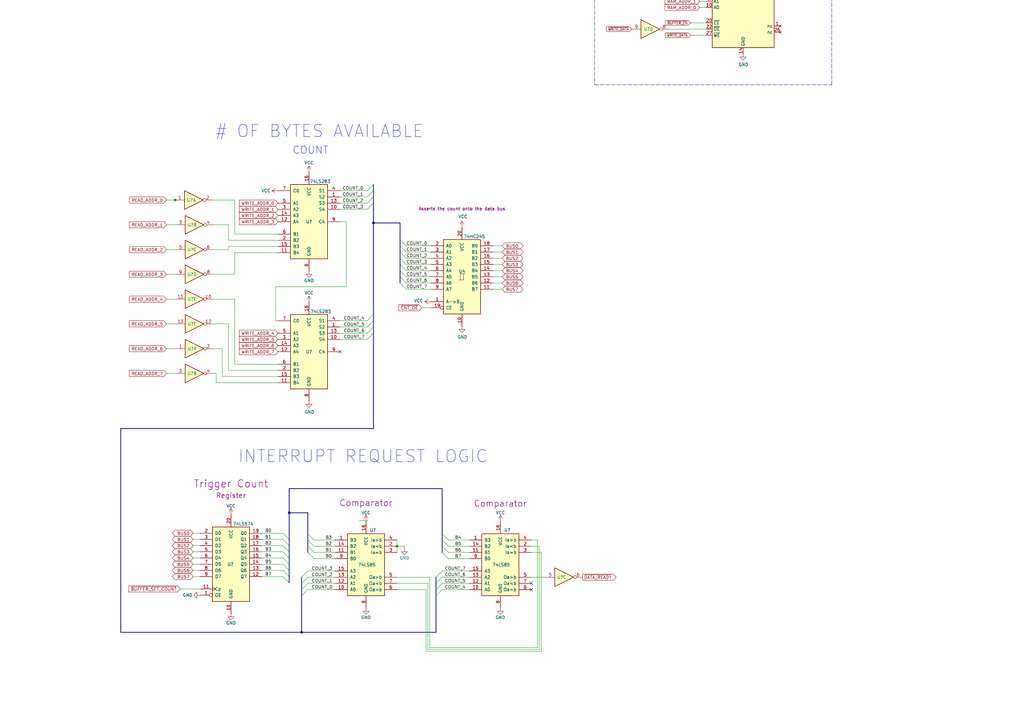
<source format=kicad_sch>
(kicad_sch (version 20211123) (generator eeschema)
  (paper "A3")
  (junction (at 37.338 -187.706))
  (junction (at 153.162 91.44))
  (junction (at 289.56 -24.892))
  (junction (at 147.828 -111.506))
  (junction (at 289.56 -19.812))
  (junction (at 142.748 -111.506))
  (junction (at 118.618 210.312))
  (junction (at 42.418 -182.626))
  (junction (at 289.56 -22.352))
  (junction (at 230.378 -128.016))
  (junction (at 39.878 -177.546))
  (junction (at 123.698 259.334))
  (junction (at 71.882 82.042))
  (junction (at 162.814 224.028))
  (junction (at 34.798 -176.276))
  (no_connect (at 351.028 -118.872))
  (no_connect (at 351.028 -110.49))
  (no_connect (at 217.932 239.268))
  (no_connect (at 139.446 144.272))
  (no_connect (at 217.932 241.808))
  (bus_entry (at 150.622 136.652) (size 2.54 -2.54))
  (bus_entry (at 183.896 221.488) (size -2.54 -2.54))
  (bus_entry (at 126.238 234.188) (size -2.54 2.54))
  (bus_entry (at 166.624 116.078) (size -2.54 -2.54))
  (bus_entry (at 126.238 236.728) (size -2.54 2.54))
  (bus_entry (at 150.622 78.232) (size 2.54 -2.54))
  (bus_entry (at 116.078 218.694) (size 2.54 2.54))
  (bus_entry (at 183.896 229.108) (size -2.54 -2.54))
  (bus_entry (at 116.078 226.314) (size 2.54 2.54))
  (bus_entry (at 150.622 85.852) (size 2.54 -2.54))
  (bus_entry (at 150.622 131.572) (size 2.54 -2.54))
  (bus_entry (at 128.778 224.028) (size -2.54 -2.54))
  (bus_entry (at 183.896 224.028) (size -2.54 -2.54))
  (bus_entry (at 128.778 229.108) (size -2.54 -2.54))
  (bus_entry (at 116.078 221.234) (size 2.54 2.54))
  (bus_entry (at 116.078 233.934) (size 2.54 2.54))
  (bus_entry (at 183.896 226.568) (size -2.54 -2.54))
  (bus_entry (at 150.622 134.112) (size 2.54 -2.54))
  (bus_entry (at 126.238 241.808) (size -2.54 2.54))
  (bus_entry (at 181.356 236.728) (size -2.54 2.54))
  (bus_entry (at 166.624 108.458) (size -2.54 -2.54))
  (bus_entry (at 166.624 118.618) (size -2.54 -2.54))
  (bus_entry (at 128.778 221.488) (size -2.54 -2.54))
  (bus_entry (at 150.622 139.192) (size 2.54 -2.54))
  (bus_entry (at 166.624 105.918) (size -2.54 -2.54))
  (bus_entry (at 128.778 226.568) (size -2.54 -2.54))
  (bus_entry (at 126.238 239.268) (size -2.54 2.54))
  (bus_entry (at 116.078 223.774) (size 2.54 2.54))
  (bus_entry (at 166.624 110.998) (size -2.54 -2.54))
  (bus_entry (at 166.624 103.378) (size -2.54 -2.54))
  (bus_entry (at 150.622 80.772) (size 2.54 -2.54))
  (bus_entry (at 181.356 241.808) (size -2.54 2.54))
  (bus_entry (at 116.078 231.394) (size 2.54 2.54))
  (bus_entry (at 116.078 228.854) (size 2.54 2.54))
  (bus_entry (at 181.356 239.268) (size -2.54 2.54))
  (bus_entry (at 166.624 100.838) (size -2.54 -2.54))
  (bus_entry (at 181.356 234.188) (size -2.54 2.54))
  (bus_entry (at 166.624 113.538) (size -2.54 -2.54))
  (bus_entry (at 116.078 236.474) (size 2.54 2.54))
  (bus_entry (at 150.622 83.312) (size 2.54 -2.54))
  (wire (pts (xy 137.414 236.728) (xy 126.238 236.728)))
  (wire (pts (xy 71.882 -95.758) (xy 78.232 -95.758)))
  (wire (pts (xy 283.21 14.478) (xy 289.56 14.478)))
  (bus (pts (xy 164.084 91.44) (xy 153.162 91.44)))
  (wire (pts (xy 147.32 213.614) (xy 150.876 213.614)))
  (wire (pts (xy 137.414 226.568) (xy 128.778 226.568)))
  (wire (pts (xy 139.446 80.772) (xy 150.622 80.772)))
  (wire (pts (xy 185.928 -93.726) (xy 182.118 -93.726)))
  (wire (pts (xy 37.338 -175.006) (xy 37.338 -187.706)))
  (wire (pts (xy 260.858 -124.206) (xy 264.668 -124.206)))
  (wire (pts (xy 289.56 -7.112) (xy 287.02 -7.112)))
  (bus (pts (xy 153.162 83.312) (xy 153.162 91.44)))
  (wire (pts (xy 139.446 136.652) (xy 150.622 136.652)))
  (wire (pts (xy 231.648 -114.046) (xy 234.188 -114.046)))
  (wire (pts (xy 221.234 224.028) (xy 221.234 266.446)))
  (wire (pts (xy 185.928 -96.266) (xy 182.118 -96.266)))
  (wire (pts (xy 93.726 102.362) (xy 93.726 101.092)))
  (wire (pts (xy 202.184 110.998) (xy 205.994 110.998)))
  (wire (pts (xy 114.046 98.552) (xy 93.726 98.552)))
  (wire (pts (xy 74.422 -80.518) (xy 78.232 -80.518)))
  (bus (pts (xy 123.698 236.728) (xy 123.698 239.268)))
  (wire (pts (xy 71.882 -105.918) (xy 78.232 -105.918)))
  (wire (pts (xy 162.814 236.728) (xy 176.276 236.728)))
  (wire (pts (xy 73.914 241.554) (xy 82.042 241.554)))
  (wire (pts (xy 192.532 221.488) (xy 183.896 221.488)))
  (wire (pts (xy 260.858 -119.126) (xy 264.668 -119.126)))
  (wire (pts (xy 231.648 -116.586) (xy 234.188 -116.586)))
  (wire (pts (xy 185.928 -91.186) (xy 182.118 -91.186)))
  (wire (pts (xy 185.928 -121.666) (xy 182.118 -121.666)))
  (bus (pts (xy 153.162 175.768) (xy 153.162 136.652)))
  (wire (pts (xy 68.326 92.202) (xy 72.136 92.202)))
  (wire (pts (xy 231.648 -96.266) (xy 234.188 -96.266)))
  (wire (pts (xy 139.446 78.232) (xy 150.622 78.232)))
  (bus (pts (xy 126.238 226.568) (xy 126.238 224.028)))
  (wire (pts (xy 91.186 154.432) (xy 114.046 154.432)))
  (wire (pts (xy 289.56 -24.892) (xy 289.56 -22.352)))
  (wire (pts (xy 50.292 -100.838) (xy 54.102 -100.838)))
  (bus (pts (xy 164.084 110.998) (xy 164.084 108.458)))
  (wire (pts (xy 162.814 224.028) (xy 162.814 226.568)))
  (wire (pts (xy 260.858 -106.426) (xy 264.668 -106.426)))
  (polyline (pts (xy 207.01 -156.718) (xy 286.766 -156.718)))
  (wire (pts (xy 21.082 -80.518) (xy 24.892 -80.518)))
  (wire (pts (xy 71.882 -98.298) (xy 78.232 -98.298)))
  (bus (pts (xy 164.084 105.918) (xy 164.084 103.378)))
  (bus (pts (xy 153.162 131.572) (xy 153.162 134.112)))
  (wire (pts (xy 192.532 241.808) (xy 181.356 241.808)))
  (wire (pts (xy 192.532 239.268) (xy 181.356 239.268)))
  (wire (pts (xy 50.292 -93.218) (xy 54.102 -93.218)))
  (wire (pts (xy 231.648 -91.186) (xy 234.188 -91.186)))
  (wire (pts (xy 172.974 126.238) (xy 176.784 126.238)))
  (wire (pts (xy 166.624 116.078) (xy 176.784 116.078)))
  (wire (pts (xy 21.082 -83.058) (xy 24.892 -83.058)))
  (bus (pts (xy 49.53 175.768) (xy 49.53 259.334)))
  (wire (pts (xy 231.648 -83.566) (xy 234.188 -83.566)))
  (wire (pts (xy 185.928 -98.806) (xy 182.118 -98.806)))
  (wire (pts (xy 50.292 -105.918) (xy 54.102 -105.918)))
  (wire (pts (xy 166.624 113.538) (xy 176.784 113.538)))
  (wire (pts (xy 50.292 -98.298) (xy 54.102 -98.298)))
  (wire (pts (xy 103.632 -98.298) (xy 107.442 -98.298)))
  (wire (pts (xy 42.418 -175.006) (xy 42.418 -182.626)))
  (wire (pts (xy 174.752 267.208) (xy 221.996 267.208)))
  (wire (pts (xy 175.514 266.446) (xy 175.514 239.268)))
  (wire (pts (xy 166.624 110.998) (xy 176.784 110.998)))
  (polyline (pts (xy 1.524 -61.976) (xy 124.206 -61.976)))
  (wire (pts (xy 320.04 -10.922) (xy 323.85 -10.922)))
  (wire (pts (xy 231.648 -124.206) (xy 234.188 -124.206)))
  (wire (pts (xy 166.624 118.618) (xy 176.784 118.618)))
  (wire (pts (xy 320.04 -13.462) (xy 323.85 -13.462)))
  (wire (pts (xy 137.414 224.028) (xy 128.778 224.028)))
  (wire (pts (xy 43.688 -187.706) (xy 37.338 -187.706)))
  (bus (pts (xy 153.162 129.032) (xy 153.162 131.572)))
  (bus (pts (xy 126.238 218.948) (xy 126.238 210.312)))
  (wire (pts (xy 229.108 -128.016) (xy 230.378 -128.016)))
  (wire (pts (xy 162.814 241.808) (xy 174.752 241.808)))
  (wire (pts (xy 107.442 223.774) (xy 116.078 223.774)))
  (wire (pts (xy 221.996 267.208) (xy 221.996 226.568)))
  (wire (pts (xy 202.184 118.618) (xy 205.994 118.618)))
  (polyline (pts (xy 299.72 -59.69) (xy 243.84 -59.69)))
  (wire (pts (xy 79.248 233.934) (xy 82.042 233.934)))
  (wire (pts (xy 107.442 231.394) (xy 116.078 231.394)))
  (wire (pts (xy 96.266 103.632) (xy 96.266 112.522)))
  (polyline (pts (xy 64.262 -144.78) (xy 1.524 -144.78)))
  (wire (pts (xy 72.136 122.682) (xy 68.326 122.682)))
  (wire (pts (xy 139.446 83.312) (xy 150.622 83.312)))
  (wire (pts (xy 139.446 85.852) (xy 150.622 85.852)))
  (wire (pts (xy 93.726 101.092) (xy 114.046 101.092)))
  (bus (pts (xy 126.238 221.488) (xy 126.238 218.948)))
  (wire (pts (xy 72.136 82.042) (xy 71.882 82.042)))
  (wire (pts (xy 185.928 -116.586) (xy 182.118 -116.586)))
  (bus (pts (xy 164.084 100.838) (xy 164.084 98.298)))
  (wire (pts (xy 287.02 -9.652) (xy 289.56 -9.652)))
  (wire (pts (xy 37.338 -187.706) (xy 37.338 -188.976)))
  (wire (pts (xy 79.248 228.854) (xy 82.042 228.854)))
  (wire (pts (xy 87.376 143.002) (xy 91.186 143.002)))
  (wire (pts (xy 96.266 122.682) (xy 96.266 149.352)))
  (wire (pts (xy 192.532 229.108) (xy 183.896 229.108)))
  (bus (pts (xy 153.162 134.112) (xy 153.162 136.652)))
  (wire (pts (xy 166.624 105.918) (xy 176.784 105.918)))
  (wire (pts (xy 165.862 224.028) (xy 165.862 225.044)))
  (bus (pts (xy 118.618 223.774) (xy 118.618 221.234)))
  (wire (pts (xy 93.726 92.202) (xy 87.376 92.202)))
  (polyline (pts (xy 299.466 -59.69) (xy 341.122 -59.69)))
  (bus (pts (xy 123.698 239.268) (xy 123.698 241.808)))
  (polyline (pts (xy 124.206 -61.976) (xy 124.206 -144.78)))
  (polyline (pts (xy 243.84 34.798) (xy 341.122 34.798)))
  (wire (pts (xy 147.828 -78.486) (xy 164.338 -78.486)))
  (wire (pts (xy 320.04 -18.542) (xy 323.85 -18.542)))
  (bus (pts (xy 164.084 108.458) (xy 164.084 105.918)))
  (wire (pts (xy 260.858 -111.506) (xy 264.668 -111.506)))
  (wire (pts (xy 96.266 112.522) (xy 87.376 112.522)))
  (wire (pts (xy 220.218 -135.636) (xy 222.758 -135.636)))
  (wire (pts (xy 43.688 -182.626) (xy 42.418 -182.626)))
  (bus (pts (xy 153.162 80.772) (xy 153.162 83.312)))
  (wire (pts (xy 147.828 -111.506) (xy 147.828 -78.486)))
  (wire (pts (xy 141.986 90.932) (xy 141.986 117.602)))
  (wire (pts (xy 289.56 -19.812) (xy 289.56 -17.272)))
  (bus (pts (xy 118.618 231.394) (xy 118.618 228.854)))
  (wire (pts (xy 93.726 132.842) (xy 87.376 132.842)))
  (wire (pts (xy 231.648 -88.646) (xy 234.188 -88.646)))
  (wire (pts (xy 87.376 122.682) (xy 96.266 122.682)))
  (wire (pts (xy 139.446 139.192) (xy 150.622 139.192)))
  (wire (pts (xy 192.532 226.568) (xy 183.896 226.568)))
  (bus (pts (xy 126.238 224.028) (xy 126.238 221.488)))
  (bus (pts (xy 181.356 218.948) (xy 181.356 200.406)))
  (polyline (pts (xy 243.84 -59.69) (xy 243.84 34.798)))
  (wire (pts (xy 289.56 -12.192) (xy 287.02 -12.192)))
  (wire (pts (xy 114.046 156.972) (xy 88.646 156.972)))
  (wire (pts (xy 137.414 239.268) (xy 126.238 239.268)))
  (wire (pts (xy 50.292 -95.758) (xy 54.102 -95.758)))
  (wire (pts (xy 71.882 -100.838) (xy 78.232 -100.838)))
  (wire (pts (xy 68.326 112.522) (xy 72.136 112.522)))
  (wire (pts (xy 192.532 236.728) (xy 181.356 236.728)))
  (bus (pts (xy 154.432 -199.644) (xy 155.194 -199.644)))
  (wire (pts (xy 185.928 -81.026) (xy 182.118 -81.026)))
  (wire (pts (xy 185.928 -83.566) (xy 182.118 -83.566)))
  (wire (pts (xy 74.422 -83.058) (xy 78.232 -83.058)))
  (wire (pts (xy 164.338 -111.506) (xy 147.828 -111.506)))
  (wire (pts (xy 221.234 266.446) (xy 175.514 266.446)))
  (wire (pts (xy 220.472 265.684) (xy 220.472 221.488)))
  (wire (pts (xy 289.56 3.048) (xy 287.02 3.048)))
  (bus (pts (xy 118.618 239.014) (xy 118.618 236.474)))
  (wire (pts (xy 230.378 -128.016) (xy 234.188 -128.016)))
  (wire (pts (xy 231.648 -93.726) (xy 234.188 -93.726)))
  (wire (pts (xy 113.03 117.602) (xy 113.03 131.572)))
  (wire (pts (xy 103.632 -88.138) (xy 107.442 -88.138)))
  (wire (pts (xy 71.882 -88.138) (xy 78.232 -88.138)))
  (wire (pts (xy 231.648 -121.666) (xy 234.188 -121.666)))
  (wire (pts (xy 202.184 100.838) (xy 205.994 100.838)))
  (wire (pts (xy 103.632 -103.378) (xy 107.442 -103.378)))
  (wire (pts (xy 284.48 -22.352) (xy 289.56 -22.352)))
  (wire (pts (xy 217.932 224.028) (xy 221.234 224.028)))
  (wire (pts (xy 175.514 239.268) (xy 162.814 239.268)))
  (wire (pts (xy 43.688 -177.546) (xy 39.878 -177.546)))
  (wire (pts (xy 107.442 221.234) (xy 116.078 221.234)))
  (wire (pts (xy 50.292 -90.678) (xy 54.102 -90.678)))
  (wire (pts (xy 103.632 -93.218) (xy 107.442 -93.218)))
  (bus (pts (xy 153.162 175.768) (xy 49.53 175.768)))
  (wire (pts (xy 320.04 -21.082) (xy 323.85 -21.082)))
  (wire (pts (xy 68.326 132.842) (xy 72.136 132.842)))
  (wire (pts (xy 139.446 134.112) (xy 150.622 134.112)))
  (wire (pts (xy 87.376 102.362) (xy 93.726 102.362)))
  (wire (pts (xy 107.442 226.314) (xy 116.078 226.314)))
  (bus (pts (xy 123.698 244.348) (xy 123.698 259.334)))
  (wire (pts (xy 182.118 -131.826) (xy 185.928 -131.826)))
  (bus (pts (xy 164.084 113.538) (xy 164.084 110.998)))
  (wire (pts (xy 79.248 231.394) (xy 82.042 231.394)))
  (wire (pts (xy 32.258 -174.752) (xy 32.258 -188.976)))
  (wire (pts (xy 287.02 0.508) (xy 289.56 0.508)))
  (wire (pts (xy 18.542 -100.838) (xy 24.892 -100.838)))
  (wire (pts (xy 217.932 236.728) (xy 223.774 236.728)))
  (wire (pts (xy 42.418 -182.626) (xy 42.418 -188.976)))
  (bus (pts (xy 126.238 210.312) (xy 118.618 210.312)))
  (polyline (pts (xy 341.122 34.798) (xy 341.122 -59.69)))
  (polyline (pts (xy 207.264 -156.718) (xy 126.746 -156.718)))
  (wire (pts (xy 231.648 -119.126) (xy 234.188 -119.126)))
  (wire (pts (xy 185.928 -124.206) (xy 182.118 -124.206)))
  (wire (pts (xy 231.648 -86.106) (xy 234.188 -86.106)))
  (wire (pts (xy 202.184 116.078) (xy 205.994 116.078)))
  (wire (pts (xy 96.266 96.012) (xy 114.046 96.012)))
  (wire (pts (xy 93.726 98.552) (xy 93.726 92.202)))
  (wire (pts (xy 320.04 -3.302) (xy 323.85 -3.302)))
  (bus (pts (xy 118.618 226.314) (xy 118.618 223.774)))
  (wire (pts (xy 96.266 82.042) (xy 96.266 96.012)))
  (polyline (pts (xy 286.766 -62.23) (xy 286.766 -156.718)))
  (wire (pts (xy 202.184 113.538) (xy 205.994 113.538)))
  (wire (pts (xy 87.376 82.042) (xy 96.266 82.042)))
  (bus (pts (xy 164.084 98.298) (xy 164.084 91.44)))
  (bus (pts (xy 181.356 221.488) (xy 181.356 218.948)))
  (bus (pts (xy 118.618 236.474) (xy 118.618 233.934)))
  (wire (pts (xy 18.542 -93.218) (xy 24.892 -93.218)))
  (wire (pts (xy 137.414 221.488) (xy 128.778 221.488)))
  (wire (pts (xy 320.04 -5.842) (xy 323.85 -5.842)))
  (wire (pts (xy 103.632 -95.758) (xy 107.442 -95.758)))
  (wire (pts (xy 107.442 228.854) (xy 116.078 228.854)))
  (wire (pts (xy 68.326 153.162) (xy 72.136 153.162)))
  (wire (pts (xy 163.068 -98.806) (xy 164.338 -98.806)))
  (polyline (pts (xy 64.008 -144.78) (xy 124.206 -144.78)))
  (wire (pts (xy 185.928 -126.746) (xy 182.118 -126.746)))
  (wire (pts (xy 79.248 226.314) (xy 82.042 226.314)))
  (wire (pts (xy 79.248 218.694) (xy 82.042 218.694)))
  (wire (pts (xy 166.624 100.838) (xy 176.784 100.838)))
  (wire (pts (xy 103.632 -100.838) (xy 107.442 -100.838)))
  (wire (pts (xy 39.878 -177.546) (xy 39.878 -188.976)))
  (wire (pts (xy 231.648 -106.426) (xy 234.188 -106.426)))
  (wire (pts (xy 163.068 -131.826) (xy 164.338 -131.826)))
  (wire (pts (xy 231.648 -98.806) (xy 234.188 -98.806)))
  (wire (pts (xy 287.02 -14.732) (xy 289.56 -14.732)))
  (wire (pts (xy 289.56 -27.432) (xy 289.56 -24.892)))
  (polyline (pts (xy 126.746 -62.23) (xy 286.766 -62.23)))
  (bus (pts (xy 153.162 75.692) (xy 153.162 78.232)))
  (wire (pts (xy 114.046 103.632) (xy 96.266 103.632)))
  (bus (pts (xy 49.53 259.334) (xy 123.698 259.334)))
  (wire (pts (xy 185.928 -114.046) (xy 182.118 -114.046)))
  (wire (pts (xy 22.098 -176.276) (xy 34.798 -176.276)))
  (wire (pts (xy 88.646 156.972) (xy 88.646 153.162)))
  (wire (pts (xy 166.624 108.458) (xy 176.784 108.458)))
  (wire (pts (xy 192.532 234.188) (xy 181.356 234.188)))
  (wire (pts (xy 34.798 -176.276) (xy 34.798 -188.976)))
  (wire (pts (xy 166.624 103.378) (xy 176.784 103.378)))
  (wire (pts (xy 176.276 265.684) (xy 220.472 265.684)))
  (wire (pts (xy 320.04 -8.382) (xy 323.85 -8.382)))
  (wire (pts (xy 231.648 -108.966) (xy 234.188 -108.966)))
  (bus (pts (xy 118.618 228.854) (xy 118.618 226.314)))
  (bus (pts (xy 178.816 244.348) (xy 178.816 259.334)))
  (wire (pts (xy 162.814 221.488) (xy 162.814 224.028)))
  (wire (pts (xy 289.56 -2.032) (xy 287.02 -2.032)))
  (polyline (pts (xy 1.524 -144.78) (xy 1.524 -61.976)))
  (wire (pts (xy 260.858 -116.586) (xy 264.668 -116.586)))
  (wire (pts (xy 72.136 102.362) (xy 68.326 102.362)))
  (wire (pts (xy 50.292 -103.378) (xy 54.102 -103.378)))
  (wire (pts (xy 289.56 -22.352) (xy 289.56 -19.812)))
  (wire (pts (xy 91.186 143.002) (xy 91.186 154.432)))
  (wire (pts (xy 139.446 90.932) (xy 141.986 90.932)))
  (wire (pts (xy 39.878 -175.006) (xy 39.878 -177.546)))
  (wire (pts (xy 18.542 -88.138) (xy 24.892 -88.138)))
  (bus (pts (xy 118.618 233.934) (xy 118.618 231.394)))
  (bus (pts (xy 178.816 236.728) (xy 178.816 239.268)))
  (wire (pts (xy 107.442 218.694) (xy 116.078 218.694)))
  (wire (pts (xy 287.02 -4.572) (xy 289.56 -4.572)))
  (wire (pts (xy 163.068 224.028) (xy 165.862 224.028)))
  (wire (pts (xy 137.414 234.188) (xy 126.238 234.188)))
  (wire (pts (xy 220.472 221.488) (xy 217.932 221.488)))
  (wire (pts (xy 103.632 -90.678) (xy 107.442 -90.678)))
  (wire (pts (xy 192.532 224.028) (xy 183.896 224.028)))
  (wire (pts (xy 137.414 229.108) (xy 128.778 229.108)))
  (wire (pts (xy 176.276 236.728) (xy 176.276 265.684)))
  (wire (pts (xy 79.248 236.474) (xy 82.042 236.474)))
  (wire (pts (xy 114.046 151.892) (xy 93.726 151.892)))
  (wire (pts (xy 72.136 143.002) (xy 68.326 143.002)))
  (bus (pts (xy 178.816 239.268) (xy 178.816 241.808)))
  (wire (pts (xy 71.882 -90.678) (xy 78.232 -90.678)))
  (bus (pts (xy 123.698 241.808) (xy 123.698 244.348)))
  (wire (pts (xy 260.858 -121.666) (xy 264.668 -121.666)))
  (wire (pts (xy 202.184 108.458) (xy 205.994 108.458)))
  (bus (pts (xy 164.084 103.378) (xy 164.084 100.838)))
  (wire (pts (xy 283.21 9.398) (xy 289.56 9.398)))
  (wire (pts (xy 260.858 -108.966) (xy 264.668 -108.966)))
  (wire (pts (xy 79.248 223.774) (xy 82.042 223.774)))
  (wire (pts (xy 107.442 236.474) (xy 116.078 236.474)))
  (wire (pts (xy 260.858 -114.046) (xy 264.668 -114.046)))
  (wire (pts (xy 139.446 131.572) (xy 150.622 131.572)))
  (wire (pts (xy 141.986 117.602) (xy 113.03 117.602)))
  (wire (pts (xy 71.882 82.042) (xy 68.326 82.042)))
  (bus (pts (xy 123.698 259.334) (xy 178.816 259.334)))
  (wire (pts (xy 18.542 -95.758) (xy 24.892 -95.758)))
  (bus (pts (xy 178.816 241.808) (xy 178.816 244.348)))
  (wire (pts (xy 50.292 -88.138) (xy 54.102 -88.138)))
  (wire (pts (xy 107.442 233.934) (xy 116.078 233.934)))
  (wire (pts (xy 147.828 -111.506) (xy 142.748 -111.506)))
  (bus (pts (xy 153.162 78.232) (xy 153.162 80.772)))
  (wire (pts (xy 185.928 -119.126) (xy 182.118 -119.126)))
  (wire (pts (xy 18.542 -103.378) (xy 24.892 -103.378)))
  (wire (pts (xy 320.04 -16.002) (xy 323.85 -16.002)))
  (bus (pts (xy 154.432 -202.184) (xy 155.194 -202.184)))
  (wire (pts (xy 18.542 -90.678) (xy 24.892 -90.678)))
  (wire (pts (xy 71.882 -93.218) (xy 78.232 -93.218)))
  (wire (pts (xy 96.266 149.352) (xy 114.046 149.352)))
  (wire (pts (xy 231.648 -111.506) (xy 234.188 -111.506)))
  (wire (pts (xy 202.184 103.378) (xy 205.994 103.378)))
  (wire (pts (xy 185.928 -129.286) (xy 182.118 -129.286)))
  (wire (pts (xy 88.646 153.162) (xy 87.376 153.162)))
  (bus (pts (xy 118.618 200.406) (xy 181.356 200.406)))
  (wire (pts (xy 18.542 -98.298) (xy 24.892 -98.298)))
  (wire (pts (xy 93.726 151.892) (xy 93.726 132.842)))
  (wire (pts (xy 230.378 -128.016) (xy 230.378 -135.636)))
  (bus (pts (xy 181.356 224.028) (xy 181.356 221.488)))
  (wire (pts (xy 274.32 11.938) (xy 289.56 11.938)))
  (wire (pts (xy 185.928 -88.646) (xy 182.118 -88.646)))
  (wire (pts (xy 202.184 105.918) (xy 205.994 105.918)))
  (wire (pts (xy 79.248 221.234) (xy 82.042 221.234)))
  (wire (pts (xy 71.882 -103.378) (xy 78.232 -103.378)))
  (polyline (pts (xy 126.746 -156.718) (xy 126.746 -62.23)))
  (wire (pts (xy 103.632 -105.918) (xy 107.442 -105.918)))
  (bus (pts (xy 164.084 116.078) (xy 164.084 113.538)))
  (wire (pts (xy 34.798 -175.006) (xy 34.798 -176.276)))
  (bus (pts (xy 153.162 91.44) (xy 153.162 129.032)))
  (wire (pts (xy 174.752 241.808) (xy 174.752 267.208)))
  (wire (pts (xy 29.718 -174.752) (xy 29.718 -188.976)))
  (wire (pts (xy 185.928 -86.106) (xy 182.118 -86.106)))
  (wire (pts (xy 137.414 241.808) (xy 126.238 241.808)))
  (wire (pts (xy 18.542 -105.918) (xy 24.892 -105.918)))
  (wire (pts (xy 113.03 131.572) (xy 114.046 131.572)))
  (wire (pts (xy 231.648 -101.346) (xy 234.188 -101.346)))
  (wire (pts (xy 221.996 226.568) (xy 217.932 226.568)))
  (bus (pts (xy 118.618 210.312) (xy 118.618 200.406)))
  (bus (pts (xy 118.618 221.234) (xy 118.618 210.312)))
  (bus (pts (xy 181.356 226.568) (xy 181.356 224.028)))
  (text "# OF BYTES AVAILABLE" (at 88.138 56.896 0) (effects (font (size 5 5)) (justify left bottom)))
  (text "INTERRUPT REQUEST LOGIC" (at 97.536 190.246 0) (effects (font (size 5 5)) (justify left bottom)))
  (text "RC Circuit to\n~{LOAD} 0x0\non startup" (at 133.858 -88.646 0) (effects (font (size 1.27 1.27)) (justify left bottom)))
  (text "READ/WRITE Address Logic and MUX" (at 137.922 -144.526 0) (effects (font (size 5 5)) (justify left bottom)))
  (text "COUNT" (at 119.888 63.5 0) (effects (font (size 3 3)) (justify left bottom)))
  (text "RAM" (at 283.972 -47.498 0) (effects (font (size 5 5)) (justify left bottom)))
  (text "I/O DATA GATES" (at 34.036 -133.096 0) (effects (font (size 5 5)) (justify left bottom)))
  (label "COUNT_5" (at 140.97 134.112 0))
  (label "B4" (at 108.712 228.854 0))
  (label "B5" (at 108.712 231.394 0))
  (label "B1" (at 136.144 226.568 180))
  (label "COUNT_7" (at 191.008 234.188 180))
  (label "B7" (at 108.712 236.474 0))
  (label "COUNT_0" (at 136.398 241.808 180))
  (label "COUNT_4" (at 175.26 110.998 180))
  (label "COUNT_1" (at 140.462 80.772 0))
  (label "COUNT_6" (at 191.008 236.728 180))
  (label "COUNT_3" (at 140.462 85.852 0))
  (label "COUNT_5" (at 175.26 113.538 180))
  (label "COUNT_0" (at 140.462 78.232 0))
  (label "B6" (at 189.23 226.568 180))
  (label "COUNT_6" (at 140.97 136.652 0))
  (label "B0" (at 136.144 229.108 180))
  (label "COUNT_3" (at 175.26 108.458 180))
  (label "COUNT_1" (at 175.26 103.378 180))
  (label "COUNT_4" (at 191.008 241.808 180))
  (label "B1" (at 108.712 221.234 0))
  (label "COUNT_2" (at 175.26 105.918 180))
  (label "COUNT_2" (at 136.398 236.728 180))
  (label "B5" (at 189.23 224.028 180))
  (label "COUNT_6" (at 175.26 116.078 180))
  (label "COUNT_2" (at 140.462 83.312 0))
  (label "COUNT_1" (at 136.398 239.268 180))
  (label "B3" (at 108.712 226.314 0))
  (label "COUNT_7" (at 175.26 118.618 180))
  (label "COUNT_7" (at 140.97 139.192 0))
  (label "COUNT_0" (at 175.26 100.838 180))
  (label "COUNT_3" (at 136.398 234.188 180))
  (label "B0" (at 108.712 218.694 0))
  (label "B7" (at 189.23 229.108 180))
  (label "B4" (at 189.23 221.488 180))
  (label "COUNT_5" (at 191.008 239.268 180))
  (label "COUNT_4" (at 140.97 131.572 0))
  (label "B2" (at 108.712 223.774 0))
  (label "B6" (at 108.712 233.934 0))
  (label "B3" (at 136.144 221.488 180))
  (label "B2" (at 136.144 224.028 180))
  (global_label "WRITE_ADDR_2" (shape output) (at 185.928 -93.726 0) (property "Intersheet References" "${INTERSHEET_REFS}" (effects hide)))
  (global_label "BUS3" (shape tri_state) (at 79.248 226.314 180) (property "Intersheet References" "${INTERSHEET_REFS}" (effects hide)))
  (global_label "BUS3" (shape tri_state) (at 75.438 -188.976 270) (property "Intersheet References" "${INTERSHEET_REFS}" (effects hide)))
  (global_label "BUS6" (shape tri_state) (at 54.102 -90.678 0) (property "Intersheet References" "${INTERSHEET_REFS}" (effects hide)))
  (global_label "IO2" (shape tri_state) (at 18.542 -100.838 180) (property "Intersheet References" "${INTERSHEET_REFS}" (effects hide)))
  (global_label "READ_ADDR_3" (shape output) (at 185.928 -124.206 0) (property "Intersheet References" "${INTERSHEET_REFS}" (effects hide)))
  (global_label "IO5" (shape tri_state) (at 71.882 -93.218 180) (property "Intersheet References" "${INTERSHEET_REFS}" (effects hide)))
  (global_label "WRITE_ADDR_4" (shape input) (at 231.648 -91.186 180) (property "Intersheet References" "${INTERSHEET_REFS}" (effects hide)))
  (global_label "READ_ADDR_7" (shape input) (at 231.648 -106.426 180) (property "Intersheet References" "${INTERSHEET_REFS}" (effects hide)))
  (global_label "BUS5" (shape tri_state) (at 79.248 231.394 180) (property "Intersheet References" "${INTERSHEET_REFS}" (effects hide)))
  (global_label "BUS1" (shape tri_state) (at 80.518 -188.976 270) (property "Intersheet References" "${INTERSHEET_REFS}" (effects hide)))
  (global_label "~{BUFFER_EN}" (shape input) (at 283.21 9.398 180) (effects (font (size 0.9906 0.9906))) (property "Intersheet References" "${INTERSHEET_REFS}" (effects hide)))
  (global_label "~{WRITE_DATA}" (shape input) (at 229.108 -128.016 180) (effects (font (size 1.1938 1.1938))) (property "Intersheet References" "${INTERSHEET_REFS}" (effects hide)))
  (global_label "IO0" (shape tri_state) (at 71.882 -105.918 180) (property "Intersheet References" "${INTERSHEET_REFS}" (effects hide)))
  (global_label "IO0" (shape tri_state) (at 18.542 -105.918 180) (property "Intersheet References" "${INTERSHEET_REFS}" (effects hide)))
  (global_label "IO0" (shape tri_state) (at 323.85 -21.082 0) (property "Intersheet References" "${INTERSHEET_REFS}" (effects hide)))
  (global_label "BUS5" (shape tri_state) (at 54.102 -93.218 0) (property "Intersheet References" "${INTERSHEET_REFS}" (effects hide)))
  (global_label "IO3" (shape tri_state) (at 323.85 -13.462 0) (property "Intersheet References" "${INTERSHEET_REFS}" (effects hide)))
  (global_label "WRITE_ADDR_7" (shape input) (at 114.046 144.272 180) (property "Intersheet References" "${INTERSHEET_REFS}" (effects hide)))
  (global_label "WRITE_ADDR_2" (shape input) (at 231.648 -96.266 180) (property "Intersheet References" "${INTERSHEET_REFS}" (effects hide)))
  (global_label "RAM_ADDR_1" (shape input) (at 287.02 0.508 180) (property "Intersheet References" "${INTERSHEET_REFS}" (effects hide)))
  (global_label "BUS6" (shape tri_state) (at 79.248 233.934 180) (property "Intersheet References" "${INTERSHEET_REFS}" (effects hide)))
  (global_label "READ_ADDR_5" (shape input) (at 68.326 132.842 180) (property "Intersheet References" "${INTERSHEET_REFS}" (effects hide)))
  (global_label "~{WRITE_DATA}" (shape input) (at 283.21 14.478 180) (effects (font (size 0.9906 0.9906))) (property "Intersheet References" "${INTERSHEET_REFS}" (effects hide)))
  (global_label "IO3" (shape tri_state) (at 71.882 -98.298 180) (property "Intersheet References" "${INTERSHEET_REFS}" (effects hide)))
  (global_label "READ_ADDR_1" (shape input) (at 231.648 -121.666 180) (property "Intersheet References" "${INTERSHEET_REFS}" (effects hide)))
  (global_label "READ_ADDR_4" (shape input) (at 231.648 -114.046 180) (property "Intersheet References" "${INTERSHEET_REFS}" (effects hide)))
  (global_label "BUS7" (shape tri_state) (at 65.278 -188.976 270) (property "Intersheet References" "${INTERSHEET_REFS}" (effects hide)))
  (global_label "WRITE_ADDR_0" (shape input) (at 114.046 83.312 180) (property "Intersheet References" "${INTERSHEET_REFS}" (effects hide)))
  (global_label "BUS1" (shape tri_state) (at 205.994 103.378 0) (property "Intersheet References" "${INTERSHEET_REFS}" (effects hide)))
  (global_label "WRITE_ADDR_6" (shape input) (at 231.648 -86.106 180) (property "Intersheet References" "${INTERSHEET_REFS}" (effects hide)))
  (global_label "RAM_ADDR_4" (shape output) (at 264.668 -114.046 0) (property "Intersheet References" "${INTERSHEET_REFS}" (effects hide)))
  (global_label "BUS4" (shape tri_state) (at 205.994 110.998 0) (property "Intersheet References" "${INTERSHEET_REFS}" (effects hide)))
  (global_label "READ_ADDR_5" (shape output) (at 185.928 -119.126 0) (property "Intersheet References" "${INTERSHEET_REFS}" (effects hide)))
  (global_label "BUS3" (shape tri_state) (at 54.102 -98.298 0) (property "Intersheet References" "${INTERSHEET_REFS}" (effects hide)))
  (global_label "BUS2" (shape tri_state) (at 79.248 223.774 180) (property "Intersheet References" "${INTERSHEET_REFS}" (effects hide)))
  (global_label "RAM_ADDR_6" (shape input) (at 287.02 -12.192 180) (property "Intersheet References" "${INTERSHEET_REFS}" (effects hide)))
  (global_label "IO7" (shape tri_state) (at 18.542 -88.138 180) (property "Intersheet References" "${INTERSHEET_REFS}" (effects hide)))
  (global_label "~{READ_DATA}" (shape input) (at 74.422 -80.518 180) (effects (font (size 1.1938 1.1938))) (property "Intersheet References" "${INTERSHEET_REFS}" (effects hide)))
  (global_label "READ_ADDR_0" (shape input) (at 231.648 -124.206 180) (property "Intersheet References" "${INTERSHEET_REFS}" (effects hide)))
  (global_label "IO6" (shape tri_state) (at 71.882 -90.678 180) (property "Intersheet References" "${INTERSHEET_REFS}" (effects hide)))
  (global_label "WRITE_ADDR_4" (shape input) (at 114.046 136.652 180) (property "Intersheet References" "${INTERSHEET_REFS}" (effects hide)))
  (global_label "BUS4" (shape tri_state) (at 107.442 -95.758 0) (property "Intersheet References" "${INTERSHEET_REFS}" (effects hide)))
  (global_label "BUS0" (shape tri_state) (at 205.994 100.838 0) (property "Intersheet References" "${INTERSHEET_REFS}" (effects hide)))
  (global_label "WRITE_ADDR_5" (shape output) (at 185.928 -86.106 0) (property "Intersheet References" "${INTERSHEET_REFS}" (effects hide)))
  (global_label "READ_ADDR_5" (shape input) (at 231.648 -111.506 180) (property "Intersheet References" "${INTERSHEET_REFS}" (effects hide)))
  (global_label "READ_ADDR_2" (shape output) (at 185.928 -126.746 0) (property "Intersheet References" "${INTERSHEET_REFS}" (effects hide)))
  (global_label "READ_ADDR_6" (shape input) (at 231.648 -108.966 180) (property "Intersheet References" "${INTERSHEET_REFS}" (effects hide)))
  (global_label "~{WRITE_DATA}" (shape input) (at 39.878 -175.006 270) (effects (font (size 0.9906 0.9906))) (property "Intersheet References" "${INTERSHEET_REFS}" (effects hide)))
  (global_label "~{DATA_READY}" (shape output) (at 32.258 -174.752 270) (property "Intersheet References" "${INTERSHEET_REFS}" (effects hide)))
  (global_label "BUS4" (shape tri_state) (at 54.102 -95.758 0) (property "Intersheet References" "${INTERSHEET_REFS}" (effects hide)))
  (global_label "BUS2" (shape tri_state) (at 54.102 -100.838 0) (property "Intersheet References" "${INTERSHEET_REFS}" (effects hide)))
  (global_label "BUS5" (shape tri_state) (at 205.994 113.538 0) (property "Intersheet References" "${INTERSHEET_REFS}" (effects hide)))
  (global_label "WRITE_ADDR_0" (shape input) (at 231.648 -101.346 180) (property "Intersheet References" "${INTERSHEET_REFS}" (effects hide)))
  (global_label "RAM_ADDR_3" (shape output) (at 264.668 -116.586 0) (property "Intersheet References" "${INTERSHEET_REFS}" (effects hide)))
  (global_label "BUS5" (shape tri_state) (at 107.442 -93.218 0) (property "Intersheet References" "${INTERSHEET_REFS}" (effects hide)))
  (global_label "WRITE_ADDR_6" (shape output) (at 185.928 -83.566 0) (property "Intersheet References" "${INTERSHEET_REFS}" (effects hide)))
  (global_label "RAM_ADDR_6" (shape output) (at 264.668 -108.966 0) (property "Intersheet References" "${INTERSHEET_REFS}" (effects hide)))
  (global_label "RAM_ADDR_3" (shape input) (at 287.02 -4.572 180) (property "Intersheet References" "${INTERSHEET_REFS}" (effects hide)))
  (global_label "RAM_ADDR_1" (shape output) (at 264.668 -121.666 0) (property "Intersheet References" "${INTERSHEET_REFS}" (effects hide)))
  (global_label "RAM_ADDR_0" (shape output) (at 264.668 -124.206 0) (property "Intersheet References" "${INTERSHEET_REFS}" (effects hide)))
  (global_label "WRITE_ADDR_3" (shape input) (at 231.648 -93.726 180) (property "Intersheet References" "${INTERSHEET_REFS}" (effects hide)))
  (global_label "~{BUFFER_EN}" (shape input) (at 42.418 -175.006 270) (effects (font (size 0.9906 0.9906))) (property "Intersheet References" "${INTERSHEET_REFS}" (effects hide)))
  (global_label "READ_ADDR_1" (shape input) (at 68.326 92.202 180) (property "Intersheet References" "${INTERSHEET_REFS}" (effects hide)))
  (global_label "IO1" (shape tri_state) (at 323.85 -18.542 0) (property "Intersheet References" "${INTERSHEET_REFS}" (effects hide)))
  (global_label "WRITE_ADDR_3" (shape output) (at 185.928 -91.186 0) (property "Intersheet References" "${INTERSHEET_REFS}" (effects hide)))
  (global_label "IO6" (shape tri_state) (at 323.85 -5.842 0) (property "Intersheet References" "${INTERSHEET_REFS}" (effects hide)))
  (global_label "WRITE_ADDR_3" (shape input) (at 114.046 90.932 180) (property "Intersheet References" "${INTERSHEET_REFS}" (effects hide)))
  (global_label "READ_ADDR_0" (shape output) (at 185.928 -131.826 0) (property "Intersheet References" "${INTERSHEET_REFS}" (effects hide)))
  (global_label "BUS7" (shape tri_state) (at 205.994 118.618 0) (property "Intersheet References" "${INTERSHEET_REFS}" (effects hide)))
  (global_label "WRITE_ADDR_5" (shape input) (at 114.046 139.192 180) (property "Intersheet References" "${INTERSHEET_REFS}" (effects hide)))
  (global_label "READ_ADDR_2" (shape input) (at 231.648 -119.126 180) (property "Intersheet References" "${INTERSHEET_REFS}" (effects hide)))
  (global_label "READ_ADDR_7" (shape input) (at 68.326 153.162 180) (property "Intersheet References" "${INTERSHEET_REFS}" (effects hide)))
  (global_label "IO4" (shape tri_state) (at 18.542 -95.758 180) (property "Intersheet References" "${INTERSHEET_REFS}" (effects hide)))
  (global_label "WRITE_ADDR_0" (shape output) (at 185.928 -98.806 0) (property "Intersheet References" "${INTERSHEET_REFS}" (effects hide)))
  (global_label "IO5" (shape tri_state) (at 18.542 -93.218 180) (property "Intersheet References" "${INTERSHEET_REFS}" (effects hide)))
  (global_label "~{DATA_READY}" (shape output) (at 239.014 236.728 0) (property "Intersheet References" "${INTERSHEET_REFS}" (effects hide)))
  (global_label "IO4" (shape tri_state) (at 323.85 -10.922 0) (property "Intersheet References" "${INTERSHEET_REFS}" (effects hide)))
  (global_label "WRITE_ADDR_4" (shape output) (at 185.928 -88.646 0) (property "Intersheet References" "${INTERSHEET_REFS}" (effects hide)))
  (global_label "BUS7" (shape tri_state) (at 79.248 236.474 180) (property "Intersheet References" "${INTERSHEET_REFS}" (effects hide)))
  (global_label "BUS2" (shape tri_state) (at 77.978 -188.976 270) (property "Intersheet References" "${INTERSHEET_REFS}" (effects hide)))
  (global_label "~{READ_DATA}" (shape input) (at 37.338 -175.006 270) (effects (font (size 0.9906 0.9906))) (property "Intersheet References" "${INTERSHEET_REFS}" (effects hide)))
  (global_label "READ_ADDR_7" (shape output) (at 185.928 -114.046 0) (property "Intersheet References" "${INTERSHEET_REFS}" (effects hide)))
  (global_label "IO7" (shape tri_state) (at 71.882 -88.138 180) (property "Intersheet References" "${INTERSHEET_REFS}" (effects hide)))
  (global_label "BUS3" (shape tri_state) (at 107.442 -98.298 0) (property "Intersheet References" "${INTERSHEET_REFS}" (effects hide)))
  (global_label "BUS7" (shape tri_state) (at 54.102 -88.138 0) (property "Intersheet References" "${INTERSHEET_REFS}" (effects hide)))
  (global_label "RAM_ADDR_4" (shape input) (at 287.02 -7.112 180) (property "Intersheet References" "${INTERSHEET_REFS}" (effects hide)))
  (global_label "IO1" (shape tri_state) (at 18.542 -103.378 180) (property "Intersheet References" "${INTERSHEET_REFS}" (effects hide)))
  (global_label "RAM_ADDR_2" (shape input) (at 287.02 -2.032 180) (property "Intersheet References" "${INTERSHEET_REFS}" (effects hide)))
  (global_label "BUS1" (shape tri_state) (at 107.442 -103.378 0) (property "Intersheet References" "${INTERSHEET_REFS}" (effects hide)))
  (global_label "WRITE_ADDR_7" (shape output) (at 185.928 -81.026 0) (property "Intersheet References" "${INTERSHEET_REFS}" (effects hide)))
  (global_label "IO6" (shape tri_state) (at 18.542 -90.678 180) (property "Intersheet References" "${INTERSHEET_REFS}" (effects hide)))
  (global_label "WRITE_ADDR_2" (shape input) (at 114.046 88.392 180) (property "Intersheet References" "${INTERSHEET_REFS}" (effects hide)))
  (global_label "BUS3" (shape tri_state) (at 205.994 108.458 0) (property "Intersheet References" "${INTERSHEET_REFS}" (effects hide)))
  (global_label "BUS2" (shape tri_state) (at 107.442 -100.838 0) (property "Intersheet References" "${INTERSHEET_REFS}" (effects hide)))
  (global_label "~{WRITE_DATA}" (shape input) (at 259.08 11.938 180) (effects (font (size 0.9906 0.9906))) (property "Intersheet References" "${INTERSHEET_REFS}" (effects hide)))
  (global_label "READ_ADDR_3" (shape input) (at 68.326 112.522 180) (property "Intersheet References" "${INTERSHEET_REFS}" (effects hide)))
  (global_label "READ_ADDR_3" (shape input) (at 231.648 -116.586 180) (property "Intersheet References" "${INTERSHEET_REFS}" (effects hide)))
  (global_label "IO5" (shape tri_state) (at 323.85 -8.382 0) (property "Intersheet References" "${INTERSHEET_REFS}" (effects hide)))
  (global_label "READ_ADDR_6" (shape input) (at 68.326 143.002 180) (property "Intersheet References" "${INTERSHEET_REFS}" (effects hide)))
  (global_label "RAM_ADDR_7" (shape output) (at 264.668 -106.426 0) (property "Intersheet References" "${INTERSHEET_REFS}" (effects hide)))
  (global_label "WRITE_ADDR_7" (shape input) (at 231.648 -83.566 180) (property "Intersheet References" "${INTERSHEET_REFS}" (effects hide)))
  (global_label "IO2" (shape tri_state) (at 323.85 -16.002 0) (property "Intersheet References" "${INTERSHEET_REFS}" (effects hide)))
  (global_label "~{CNT_OE}" (shape input) (at 172.974 126.238 180) (property "Intersheet References" "${INTERSHEET_REFS}" (effects hide)))
  (global_label "~{WRITE_DATA}" (shape input) (at 163.068 -98.806 180) (property "Intersheet References" "${INTERSHEET_REFS}" (effects hide)))
  (global_label "~{WRITE_DATA}" (shape input) (at 21.082 -80.518 180) (effects (font (size 1.1938 1.1938))) (property "Intersheet References" "${INTERSHEET_REFS}" (effects hide)))
  (global_label "WRITE_ADDR_1" (shape input) (at 231.648 -98.806 180) (property "Intersheet References" "${INTERSHEET_REFS}" (effects hide)))
  (global_label "BUS0" (shape tri_state) (at 107.442 -105.918 0) (property "Intersheet References" "${INTERSHEET_REFS}" (effects hide)))
  (global_label "BUS1" (shape tri_state) (at 54.102 -103.378 0) (property "Intersheet References" "${INTERSHEET_REFS}" (effects hide)))
  (global_label "IO1" (shape tri_state) (at 71.882 -103.378 180) (property "Intersheet References" "${INTERSHEET_REFS}" (effects hide)))
  (global_label "BUS7" (shape tri_state) (at 107.442 -88.138 0) (property "Intersheet References" "${INTERSHEET_REFS}" (effects hide)))
  (global_label "BUS6" (shape tri_state) (at 205.994 116.078 0) (property "Intersheet References" "${INTERSHEET_REFS}" (effects hide)))
  (global_label "READ_ADDR_4" (shape input) (at 68.326 122.682 180) (property "Intersheet References" "${INTERSHEET_REFS}" (effects hide)))
  (global_label "RAM_ADDR_7" (shape input) (at 287.02 -14.732 180) (property "Intersheet References" "${INTERSHEET_REFS}" (effects hide)))
  (global_label "RAM_ADDR_2" (shape output) (at 264.668 -119.126 0) (property "Intersheet References" "${INTERSHEET_REFS}" (effects hide)))
  (global_label "IO7" (shape tri_state) (at 323.85 -3.302 0) (property "Intersheet References" "${INTERSHEET_REFS}" (effects hide)))
  (global_label "BUS5" (shape tri_state) (at 70.358 -188.976 270) (property "Intersheet References" "${INTERSHEET_REFS}" (effects hide)))
  (global_label "IO2" (shape tri_state) (at 71.882 -100.838 180) (property "Intersheet References" "${INTERSHEET_REFS}" (effects hide)))
  (global_label "BUS4" (shape tri_state) (at 79.248 228.854 180) (property "Intersheet References" "${INTERSHEET_REFS}" (effects hide)))
  (global_label "WRITE_ADDR_5" (shape input) (at 231.648 -88.646 180) (property "Intersheet References" "${INTERSHEET_REFS}" (effects hide)))
  (global_label "BUS2" (shape tri_state) (at 205.994 105.918 0) (property "Intersheet References" "${INTERSHEET_REFS}" (effects hide)))
  (global_label "~{BUFFER_SET_COUNT}" (shape input) (at 29.718 -174.752 270) (property "Intersheet References" "${INTERSHEET_REFS}" (effects hide)))
  (global_label "~{CNT_OE}" (shape input) (at 34.798 -175.006 270) (property "Intersheet References" "${INTERSHEET_REFS}" (effects hide)))
  (global_label "IO4" (shape tri_state) (at 71.882 -95.758 180) (property "Intersheet References" "${INTERSHEET_REFS}" (effects hide)))
  (global_label "READ_ADDR_6" (shape output) (at 185.928 -116.586 0) (property "Intersheet References" "${INTERSHEET_REFS}" (effects hide)))
  (global_label "WRITE_ADDR_1" (shape output) (at 185.928 -96.266 0) (property "Intersheet References" "${INTERSHEET_REFS}" (effects hide)))
  (global_label "BUS6" (shape tri_state) (at 67.818 -188.976 270) (property "Intersheet References" "${INTERSHEET_REFS}" (effects hide)))
  (global_label "READ_ADDR_0" (shape input) (at 68.326 82.042 180) (property "Intersheet References" "${INTERSHEET_REFS}" (effects hide)))
  (global_label "RAM_ADDR_5" (shape output) (at 264.668 -111.506 0) (property "Intersheet References" "${INTERSHEET_REFS}" (effects hide)))
  (global_label "BUS0" (shape tri_state) (at 54.102 -105.918 0) (property "Intersheet References" "${INTERSHEET_REFS}" (effects hide)))
  (global_label "BUS4" (shape tri_state) (at 72.898 -188.976 270) (property "Intersheet References" "${INTERSHEET_REFS}" (effects hide)))
  (global_label "BUS0" (shape tri_state) (at 79.248 218.694 180) (property "Intersheet References" "${INTERSHEET_REFS}" (effects hide)))
  (global_label "RAM_ADDR_5" (shape input) (at 287.02 -9.652 180) (property "Intersheet References" "${INTERSHEET_REFS}" (effects hide)))
  (global_label "IO3" (shape tri_state) (at 18.542 -98.298 180) (property "Intersheet References" "${INTERSHEET_REFS}" (effects hide)))
  (global_label "~{READ_DATA}" (shape input) (at 163.068 -131.826 180) (property "Intersheet References" "${INTERSHEET_REFS}" (effects hide)))
  (global_label "BUS1" (shape tri_state) (at 79.248 221.234 180) (property "Intersheet References" "${INTERSHEET_REFS}" (effects hide)))
  (global_label "WRITE_ADDR_6" (shape input) (at 114.046 141.732 180) (property "Intersheet References" "${INTERSHEET_REFS}" (effects hide)))
  (global_label "BUS0" (shape tri_state) (at 83.058 -188.976 270) (property "Intersheet References" "${INTERSHEET_REFS}" (effects hide)))
  (global_label "WRITE_ADDR_1" (shape input) (at 114.046 85.852 180) (property "Intersheet References" "${INTERSHEET_REFS}" (effects hide)))
  (global_label "READ_ADDR_1" (shape output) (at 185.928 -129.286 0) (property "Intersheet References" "${INTERSHEET_REFS}" (effects hide)))
  (global_label "READ_ADDR_4" (shape output) (at 185.928 -121.666 0) (property "Intersheet References" "${INTERSHEET_REFS}" (effects hide)))
  (global_label "~{BUFFER_SET_COUNT}" (shape input) (at 73.914 241.554 180) (property "Intersheet References" "${INTERSHEET_REFS}" (effects hide)))
  (global_label "READ_ADDR_2" (shape input) (at 68.326 102.362 180) (property "Intersheet References" "${INTERSHEET_REFS}" (effects hide)))
  (global_label "RAM_ADDR_0" (shape input) (at 287.02 3.048 180) (property "Intersheet References" "${INTERSHEET_REFS}" (effects hide)))
  (global_label "BUS6" (shape tri_state) (at 107.442 -90.678 0) (property "Intersheet References" "${INTERSHEET_REFS}" (effects hide)))
  (symbol (lib_id "stephen-mouser:IS61C64AL") (at 304.8 -3.302 0) (unit 1)
    (property "Reference" "U6" (at 304.8 -7.112 0))
    (property "Value" "IS61C64AL" (at 312.42 -36.322 0))
    (property "Footprint" "Package_SO:SOIC-28W_7.5x17.9mm_P1.27mm" (effects hide))
    (property "Datasheet" "https://www.mouser.com/datasheet/2/198/61C64AL-258428.pdf" (effects hide))
    (property "L" "8K" (at 312.42 -38.862 0))
  )
  (symbol (lib_id "power:VCC") (at 304.8 -36.322 0) (unit 1)
    (property "Reference" "#PWR020" (effects hide))
    (property "Value" "VCC" (at 305.181 -40.7162 0))
  )
  (symbol (lib_id "power:GND") (at 304.8 22.098 0) (unit 1)
    (property "Reference" "#PWR021" (effects hide))
    (property "Value" "GND" (at 304.927 26.4922 0))
  )
  (symbol (lib_id "stephen-mouser:74HC245") (at 189.484 113.538 0) (unit 1)
    (property "Reference" "U4" (at 189.484 111.252 0))
    (property "Value" "74HC245" (at 194.564 97.028 0))
    (property "Footprint" "Package_SO:TSSOP-20_4.4x6.5mm_P0.65mm" (effects hide))
    (property "Datasheet" "http://www.ti.com/lit/gpn/sn74HC245" (effects hide))
    (property "Field4" "Asserts the count onto the data bus" (at 189.484 85.598 0))
  )
  (symbol (lib_id "power:VCC") (at 189.484 93.218 0) (unit 1)
    (property "Reference" "#PWR016" (effects hide))
    (property "Value" "VCC" (at 189.865 88.8238 0))
  )
  (symbol (lib_id "power:GND") (at 189.484 133.858 0) (unit 1)
    (property "Reference" "#PWR017" (effects hide))
    (property "Value" "GND" (at 189.611 138.2522 0))
  )
  (symbol (lib_id "power:VCC") (at 176.784 123.698 90) (unit 1)
    (property "Reference" "#PWR015" (effects hide))
    (property "Value" "VCC" (at 173.5582 123.317 90) (effects (justify left)))
  )
  (symbol (lib_id "power:GND") (at 284.48 -22.352 270) (unit 1)
    (property "Reference" "#PWR019" (effects hide))
    (property "Value" "GND" (at 281.2288 -22.225 90) (effects (justify right)))
  )
  (symbol (lib_id "stephen-mouser:74HC245") (at 37.592 -93.218 0) (unit 1)
    (property "Reference" "U1" (at 43.942 -113.538 0))
    (property "Value" "74HC245" (at 43.942 -110.998 0))
    (property "Footprint" "Package_SO:TSSOP-20_4.4x6.5mm_P0.65mm" (effects hide))
    (property "Datasheet" "http://www.ti.com/lit/gpn/sn74HC245" (effects hide))
    (property "Field4" "Asserts WRITE data" (at 37.592 -121.412 0))
  )
  (symbol (lib_id "power:GND") (at 37.592 -72.898 0) (unit 1)
    (property "Reference" "#PWR06" (effects hide))
    (property "Value" "GND" (at 37.719 -68.5038 0))
  )
  (symbol (lib_id "power:VCC") (at 37.592 -113.538 0) (unit 1)
    (property "Reference" "#PWR05" (effects hide))
    (property "Value" "VCC" (at 37.973 -117.9322 0))
  )
  (symbol (lib_id "Device:R_US") (at 226.568 -135.636 90) (unit 1)
    (property "Reference" "R6" (at 226.568 -133.096 90))
    (property "Value" "R_US" (effects hide))
    (property "Footprint" "Resistor_SMD:R_0805_2012Metric" (effects hide))
    (property "L" "1k" (at 226.568 -138.176 90))
  )
  (symbol (lib_id "power:VCC") (at 220.218 -135.636 90) (unit 1)
    (property "Reference" "#PWR018" (effects hide))
    (property "Value" "VCC" (at 216.9922 -136.017 90) (effects (justify left)))
  )
  (symbol (lib_id "power:VCC") (at 21.082 -83.058 90) (unit 1)
    (property "Reference" "#PWR02" (effects hide))
    (property "Value" "VCC" (at 17.8562 -83.439 90) (effects (justify left)))
  )
  (symbol (lib_id "stephen-mouser:74HC245") (at 90.932 -93.218 0) (unit 1)
    (property "Reference" "U3" (at 97.282 -113.538 0))
    (property "Value" "74HC245" (at 97.282 -110.998 0))
    (property "Footprint" "Package_SO:TSSOP-20_4.4x6.5mm_P0.65mm" (effects hide))
    (property "Datasheet" "http://www.ti.com/lit/gpn/sn74HC245" (effects hide))
    (property "Field4" "Asserts READ data" (at 90.932 -121.666 0))
  )
  (symbol (lib_id "power:GND") (at 90.932 -72.898 0) (unit 1)
    (property "Reference" "#PWR012" (effects hide))
    (property "Value" "GND" (at 91.059 -68.5038 0))
  )
  (symbol (lib_id "power:VCC") (at 90.932 -113.538 0) (unit 1)
    (property "Reference" "#PWR011" (effects hide))
    (property "Value" "VCC" (at 91.313 -117.9322 0))
  )
  (symbol (lib_id "power:GND") (at 74.422 -83.058 270) (unit 1)
    (property "Reference" "#PWR010" (effects hide))
    (property "Value" "GND" (at 71.1708 -82.931 90) (effects (justify right)))
  )
  (symbol (lib_id "Device:R_US") (at 47.498 -182.626 90) (unit 1)
    (property "Reference" "R3" (effects hide))
    (property "Value" "R_US" (effects hide))
    (property "Footprint" "Resistor_SMD:R_0805_2012Metric" (effects hide))
    (property "L" "1k" (at 47.498 -185.166 90))
  )
  (symbol (lib_id "power:GND") (at 51.308 -182.626 90) (unit 1)
    (property "Reference" "#PWR08" (effects hide))
    (property "Value" "GND" (at 55.118 -182.626 90) (effects (justify right)))
  )
  (symbol (lib_id "Device:R_US") (at 47.498 -177.546 90) (unit 1)
    (property "Reference" "R4" (effects hide))
    (property "Value" "R_US" (effects hide))
    (property "Footprint" "Resistor_SMD:R_0805_2012Metric" (effects hide))
    (property "L" "1k" (at 47.498 -180.086 90))
  )
  (symbol (lib_id "power:VCC") (at 51.308 -177.546 270) (unit 1)
    (property "Reference" "#PWR09" (effects hide))
    (property "Value" "VCC" (at 55.118 -177.546 90) (effects (justify left)))
  )
  (symbol (lib_id "Device:R_US") (at 142.748 -107.696 180) (unit 1)
    (property "Reference" "R5" (at 145.288 -107.696 90))
    (property "Value" "R_US" (effects hide))
    (property "Footprint" "Resistor_SMD:R_0805_2012Metric" (effects hide))
    (property "L" "1k" (at 140.208 -107.696 90))
  )
  (symbol (lib_id "power:VCC") (at 142.748 -103.886 180) (unit 1)
    (property "Reference" "#PWR014" (effects hide))
    (property "Value" "VCC" (at 142.367 -100.6348 90) (effects (justify left)))
  )
  (symbol (lib_id "power:GND") (at 142.748 -119.126 180) (unit 1)
    (property "Reference" "#PWR013" (effects hide))
    (property "Value" "GND" (at 142.621 -123.5202 0))
  )
  (symbol (lib_id "stephen-mouser:C") (at 142.748 -115.316 180) (unit 1)
    (property "Reference" "C1" (effects hide))
    (property "Value" "C" (effects hide))
    (property "Footprint" "Capacitor_SMD:CP_Elec_6.3x5.9" (effects hide))
    (property "Datasheet" "https://www.mouser.com/ProductDetail/140-VZL101M1VTR-0607" (effects hide))
    (property "C" "100uF" (at 138.938 -112.776 90) (effects (justify right)))
  )
  (symbol (lib_id "power:GND") (at 27.178 -188.976 0) (unit 1)
    (property "Reference" "#PWR04" (effects hide))
    (property "Value" "GND" (at 27.178 -183.896 90))
  )
  (symbol (lib_id "power:VCC") (at 24.638 -188.976 180) (unit 1)
    (property "Reference" "#PWR03" (effects hide))
    (property "Value" "VCC" (at 24.638 -183.896 90))
  )
  (symbol (lib_id "Device:R_US") (at 47.498 -187.706 90) (unit 1)
    (property "Reference" "R2" (effects hide))
    (property "Value" "R_US" (effects hide))
    (property "Footprint" "Resistor_SMD:R_0805_2012Metric" (effects hide))
    (property "L" "1k" (at 47.498 -190.246 90))
  )
  (symbol (lib_id "power:GND") (at 51.308 -187.706 90) (unit 1)
    (property "Reference" "#PWR07" (effects hide))
    (property "Value" "GND" (at 55.118 -187.706 90) (effects (justify right)))
  )
  (symbol (lib_id "Device:R_US") (at 18.288 -176.276 90) (unit 1)
    (property "Reference" "R1" (effects hide))
    (property "Value" "R_US" (effects hide))
    (property "Footprint" "Resistor_SMD:R_0805_2012Metric" (effects hide))
    (property "L" "1k" (at 18.288 -178.816 90))
  )
  (symbol (lib_id "power:VCC") (at 14.478 -176.276 90) (unit 1)
    (property "Reference" "#PWR01" (effects hide))
    (property "Value" "VCC" (at 10.668 -176.276 90) (effects (justify left)))
  )
  (symbol (lib_id "Connector_Generic:Conn_01x08") (at 72.898 -194.056 90) (unit 1)
    (property "Reference" "J2" (effects hide))
    (property "Value" "Conn_01x08" (effects hide))
    (property "Footprint" "Connector_PinHeader_2.54mm:PinHeader_1x08_P2.54mm_Vertical" (effects hide))
  )
  (symbol (lib_id "power:GND") (at 94.742 251.714 0) (unit 1)
    (property "Reference" "#PWR?" (effects hide))
    (property "Value" "GND" (at 94.742 255.524 0))
  )
  (symbol (lib_id "power:GND") (at 150.114 249.428 0) (unit 1)
    (property "Reference" "#PWR?" (effects hide))
    (property "Value" "GND" (at 150.114 253.238 0))
  )
  (symbol (lib_id "power:VCC") (at 359.41 -127.762 0) (unit 1)
    (property "Reference" "#PWR?" (effects hide))
    (property "Value" "VCC" (at 357.378 -131.318 0) (effects (justify left)))
  )
  (symbol (lib_id "power:VCC") (at 126.746 123.952 0) (unit 1)
    (property "Reference" "#PWR?" (effects hide))
    (property "Value" "VCC" (at 126.746 120.142 0))
  )
  (symbol (lib_id "power:GND") (at 370.332 -102.362 0) (unit 1)
    (property "Reference" "#PWR?" (effects hide))
    (property "Value" "GND" (at 370.332 -98.552 0))
  )
  (symbol (lib_id "74xx:74HC04") (at 266.7 11.938 0) (unit 4)
    (property "Reference" "U?" (at 265.938 11.938 0))
    (property "Value" "74HC04" (effects hide))
    (property "Datasheet" "https://assets.nexperia.com/documents/data-sheet/74HC_HCT04.pdf" (effects hide))
  )
  (symbol (lib_id "74xx:74HC04") (at 79.756 132.842 0) (unit 6)
    (property "Reference" "U?" (at 78.74 132.842 0))
    (property "Value" "74HC04" (effects hide))
    (property "Datasheet" "https://assets.nexperia.com/documents/data-sheet/74HC_HCT04.pdf" (effects hide))
  )
  (symbol (lib_id "power:GND") (at 126.746 164.592 0) (unit 1)
    (property "Reference" "#PWR?" (effects hide))
    (property "Value" "GND" (at 126.873 168.9862 0))
  )
  (symbol (lib_id "74xx:74HC04") (at 79.756 112.522 0) (unit 4)
    (property "Reference" "U?" (at 78.74 112.522 0))
    (property "Value" "74HC04" (effects hide))
    (property "Datasheet" "https://assets.nexperia.com/documents/data-sheet/74HC_HCT04.pdf" (effects hide))
  )
  (symbol (lib_id "74xx:74LS283") (at 126.746 144.272 0) (unit 1)
    (property "Reference" "U?" (at 126.746 144.272 0))
    (property "Value" "74LS283" (at 131.572 127.762 0))
    (property "Footprint" "Package_SO:SOIC-16_4.55x10.3mm_P1.27mm" (effects hide))
    (property "Datasheet" "http://www.ti.com/lit/gpn/sn74LS283" (effects hide))
  )
  (symbol (lib_id "power:GND") (at 335.788 -110.49 270) (unit 1)
    (property "Reference" "#PWR?" (effects hide))
    (property "Value" "GND" (at 330.962 -110.49 90))
  )
  (symbol (lib_id "power:VCC") (at 205.232 213.868 0) (unit 1)
    (property "Reference" "#PWR?" (effects hide))
    (property "Value" "VCC" (at 205.232 210.312 0))
  )
  (symbol (lib_id "74xx:74HC04") (at 79.756 122.682 0) (unit 5)
    (property "Reference" "U?" (at 78.74 122.682 0))
    (property "Value" "74HC04" (effects hide))
    (property "Datasheet" "https://assets.nexperia.com/documents/data-sheet/74HC_HCT04.pdf" (effects hide))
  )
  (symbol (lib_id "74xx:74HC04") (at 343.408 -118.872 0) (unit 5)
    (property "Reference" "U?" (at 342.646 -118.872 0))
    (property "Value" "74HC04" (effects hide))
    (property "Datasheet" "https://assets.nexperia.com/documents/data-sheet/74HC_HCT04.pdf" (effects hide))
  )
  (symbol (lib_id "power:VCC") (at 126.746 70.612 0) (unit 1)
    (property "Reference" "#PWR?" (effects hide))
    (property "Value" "VCC" (at 126.746 66.802 0))
  )
  (symbol (lib_id "74xx:74HC04") (at 370.332 -115.062 0) (unit 7)
    (property "Reference" "U?" (at 368.3 -115.824 0) (effects (justify left)))
    (property "Value" "74HC04" (at 366.268 -113.538 0) (effects (justify left)))
    (property "Datasheet" "https://assets.nexperia.com/documents/data-sheet/74HC_HCT04.pdf" (effects hide))
  )
  (symbol (lib_id "power:GND") (at 359.41 -102.362 0) (unit 1)
    (property "Reference" "#PWR?" (effects hide))
    (property "Value" "GND" (at 359.41 -98.552 0))
  )
  (symbol (lib_id "74xx:74LS85") (at 150.114 231.648 0) (unit 1)
    (property "Reference" "U?" (at 151.638 217.424 0) (effects (justify left)))
    (property "Value" "74LS85" (at 146.812 231.648 0) (effects (justify left)))
    (property "Footprint" "Package_SO:SOIC-16_4.55x10.3mm_P1.27mm" (effects hide))
    (property "Datasheet" "http://www.ti.com/lit/gpn/sn74LS85" (effects hide))
    (property "Field4" "Comparator" (at 150.114 206.248 0) (effects (font (size 2.5 2.5))))
    (property "Field5" "Request Interrupt # of bytes available > Trigger on Count Value" (effects hide))
  )
  (symbol (lib_id "74xx:74HC04") (at 79.756 92.202 0) (unit 2)
    (property "Reference" "U?" (at 78.74 92.202 0))
    (property "Value" "74HC04" (effects hide))
    (property "Datasheet" "https://assets.nexperia.com/documents/data-sheet/74HC_HCT04.pdf" (effects hide))
  )
  (symbol (lib_id "power:GND") (at 205.232 249.428 0) (unit 1)
    (property "Reference" "#PWR?" (effects hide))
    (property "Value" "GND" (at 205.232 253.238 0))
  )
  (symbol (lib_id "power:VCC") (at 94.742 211.074 0) (unit 1)
    (property "Reference" "#PWR?" (effects hide))
    (property "Value" "VCC" (at 94.742 207.518 0))
  )
  (symbol (lib_id "power:GND") (at 335.788 -118.872 270) (unit 1)
    (property "Reference" "#PWR?" (effects hide))
    (property "Value" "GND" (at 330.962 -118.872 90))
  )
  (symbol (lib_id "74xx:74HC04") (at 359.41 -115.062 0) (unit 7)
    (property "Reference" "U?" (at 357.378 -115.824 0) (effects (justify left)))
    (property "Value" "74HC04" (at 355.6 -113.538 0) (effects (justify left)))
    (property "Datasheet" "https://assets.nexperia.com/documents/data-sheet/74HC_HCT04.pdf" (effects hide))
  )
  (symbol (lib_id "power:GND") (at 165.862 225.044 0) (unit 1)
    (property "Reference" "#PWR?" (effects hide))
    (property "Value" "GND" (at 165.862 228.854 0))
  )
  (symbol (lib_id "Connector_Generic:Conn_01x08") (at 32.258 -194.056 90) (unit 1)
    (property "Reference" "J1" (effects hide))
    (property "Value" "Conn_01x08" (effects hide))
    (property "Footprint" "Connector_PinHeader_2.54mm:PinHeader_1x08_P2.54mm_Vertical" (effects hide))
  )
  (symbol (lib_id "74xx:74HC04") (at 79.756 153.162 0) (unit 2)
    (property "Reference" "U?" (at 78.74 153.162 0))
    (property "Value" "74HC04" (effects hide))
    (property "Datasheet" "https://assets.nexperia.com/documents/data-sheet/74HC_HCT04.pdf" (effects hide))
  )
  (symbol (lib_id "power:VCC") (at 370.332 -127.762 0) (unit 1)
    (property "Reference" "#PWR?" (effects hide))
    (property "Value" "VCC" (at 368.554 -131.318 0) (effects (justify left)))
  )
  (symbol (lib_id "74xx:74HC04") (at 79.756 102.362 0) (unit 3)
    (property "Reference" "U?" (at 78.74 102.362 0))
    (property "Value" "74HC04" (effects hide))
    (property "Datasheet" "https://assets.nexperia.com/documents/data-sheet/74HC_HCT04.pdf" (effects hide))
  )
  (symbol (lib_id "74xx:74HC04") (at 79.756 143.002 0) (unit 1)
    (property "Reference" "U?" (at 78.74 143.002 0))
    (property "Value" "74HC04" (effects hide))
    (property "Datasheet" "https://assets.nexperia.com/documents/data-sheet/74HC_HCT04.pdf" (effects hide))
  )
  (symbol (lib_id "74xx:74LS85") (at 205.232 231.648 0) (unit 1)
    (property "Reference" "U?" (at 206.756 217.424 0) (effects (justify left)))
    (property "Value" "74LS85" (at 201.93 231.648 0) (effects (justify left)))
    (property "Footprint" "Package_SO:SOIC-16_4.55x10.3mm_P1.27mm" (effects hide))
    (property "Datasheet" "http://www.ti.com/lit/gpn/sn74LS85" (effects hide))
    (property "Field4" "Comparator" (at 205.232 206.502 0) (effects (font (size 2.5 2.5))))
    (property "Field5" "Request Interrupt # of bytes available > Trigger on Count Value" (effects hide))
  )
  (symbol (lib_id "74xx:74HC04") (at 79.502 82.042 0) (unit 1)
    (property "Reference" "U?" (at 78.486 82.042 0))
    (property "Value" "74HC04" (effects hide))
    (property "Datasheet" "https://assets.nexperia.com/documents/data-sheet/74HC_HCT04.pdf" (effects hide))
  )
  (symbol (lib_id "power:VCC") (at 114.046 78.232 90) (unit 1)
    (property "Reference" "#PWR?" (effects hide))
    (property "Value" "VCC" (at 110.998 78.232 90) (effects (justify left)))
  )
  (symbol (lib_id "power:VCC") (at 150.114 213.868 0) (unit 1)
    (property "Reference" "#PWR?" (effects hide))
    (property "Value" "VCC" (at 150.114 210.312 0))
  )
  (symbol (lib_id "74xx:74LS574") (at 94.742 231.394 0) (unit 1)
    (property "Reference" "U?" (at 93.218 231.394 0) (effects (justify left)))
    (property "Value" "74LS574" (at 95.504 214.884 0) (effects (justify left)))
    (property "Footprint" "Package_SO:SO-20_5.3x12.6mm_P1.27mm" (effects hide))
    (property "Datasheet" "http://www.ti.com/lit/gpn/sn74LS574" (effects hide))
    (property "Field4" "Trigger Count" (at 94.742 198.374 0) (effects (font (size 3 3))))
    (property "Field5" "Register" (at 94.742 203.2 0) (effects (font (size 2 2))))
  )
  (symbol (lib_id "power:GND") (at 126.746 111.252 0) (unit 1)
    (property "Reference" "#PWR?" (effects hide))
    (property "Value" "GND" (at 126.746 115.062 0))
  )
  (symbol (lib_id "power:GND") (at 82.042 244.094 270) (unit 1)
    (property "Reference" "#PWR?" (effects hide))
    (property "Value" "GND" (at 76.962 244.094 90))
  )
  (symbol (lib_id "74xx:74HC04") (at 231.394 236.728 0) (unit 3)
    (property "Reference" "U?" (at 230.378 236.728 0))
    (property "Value" "74HC04" (effects hide))
    (property "Datasheet" "https://assets.nexperia.com/documents/data-sheet/74HC_HCT04.pdf" (effects hide))
  )
  (symbol (lib_id "74xx:74HC04") (at 343.408 -110.49 0) (unit 6)
    (property "Reference" "U?" (at 342.392 -110.49 0))
    (property "Value" "74HC04" (effects hide))
    (property "Datasheet" "https://assets.nexperia.com/documents/data-sheet/74HC_HCT04.pdf" (effects hide))
  )
  (symbol (lib_id "74xx:74LS283") (at 126.746 90.932 0) (unit 1)
    (property "Reference" "U?" (at 126.746 90.932 0))
    (property "Value" "74LS283" (at 131.318 74.422 0))
    (property "Footprint" "Package_SO:SOIC-16_4.55x10.3mm_P1.27mm" (effects hide))
    (property "Datasheet" "http://www.ti.com/lit/gpn/sn74LS283" (effects hide))
  )
  (sheet (at 164.338 -135.636) (size 17.78 26.67)
    (property "Sheet name" "Read Counter" (at 164.338 -136.2079 0) (effects (font (size 0.9906 0.9906)) (justify left bottom)))
    (property "Sheet file" "address_counter.kicad_sch" (at 164.338 -108.4932 0) (effects (font (size 0.9906 0.9906)) (justify left top)))
    (pin "~{COUNT_UP}" input (at 164.338 -131.826 180))
    (pin "A0" output (at 182.118 -131.826 0))
    (pin "A1" output (at 182.118 -129.286 0))
    (pin "A2" output (at 182.118 -126.746 0))
    (pin "A3" output (at 182.118 -124.206 0))
    (pin "A4" output (at 182.118 -121.666 0))
    (pin "A5" output (at 182.118 -119.126 0))
    (pin "A6" output (at 182.118 -116.586 0))
    (pin "A7" output (at 182.118 -114.046 0))
    (pin "~{LOAD}" input (at 164.338 -111.506 180))
  )
  (sheet (at 164.338 -102.616) (size 17.78 26.67)
    (property "Sheet name" "Write Counter" (at 164.338 -103.1879 0) (effects (font (size 0.9906 0.9906)) (justify left bottom)))
    (property "Sheet file" "address_counter.kicad_sch" (at 164.338 -75.4732 0) (effects (font (size 0.9906 0.9906)) (justify left top)))
    (pin "~{COUNT_UP}" input (at 164.338 -98.806 180))
    (pin "A0" output (at 182.118 -98.806 0))
    (pin "A1" output (at 182.118 -96.266 0))
    (pin "A2" output (at 182.118 -93.726 0))
    (pin "A3" output (at 182.118 -91.186 0))
    (pin "A4" output (at 182.118 -88.646 0))
    (pin "A5" output (at 182.118 -86.106 0))
    (pin "A6" output (at 182.118 -83.566 0))
    (pin "A7" output (at 182.118 -81.026 0))
    (pin "~{LOAD}" input (at 164.338 -78.486 180))
  )
  (sheet (at 234.188 -133.096) (size 26.67 57.15)
    (property "Sheet name" "Address MUX" (at 234.188 -133.8076 0) (effects (justify left bottom)))
    (property "Sheet file" "address_mux.kicad_sch" (at 234.188 -75.3614 0) (effects (justify left top)))
    (pin "SEL_A~{B}" input (at 234.188 -128.016 180))
    (pin "B0" input (at 234.188 -101.346 180))
    (pin "B1" input (at 234.188 -98.806 180))
    (pin "B2" input (at 234.188 -96.266 180))
    (pin "B3" input (at 234.188 -93.726 180))
    (pin "B4" input (at 234.188 -91.186 180))
    (pin "B5" input (at 234.188 -88.646 180))
    (pin "B6" input (at 234.188 -86.106 180))
    (pin "B7" input (at 234.188 -83.566 180))
    (pin "A0" input (at 234.188 -124.206 180))
    (pin "A1" input (at 234.188 -121.666 180))
    (pin "A2" input (at 234.188 -119.126 180))
    (pin "A3" input (at 234.188 -116.586 180))
    (pin "A4" input (at 234.188 -114.046 180))
    (pin "A5" input (at 234.188 -111.506 180))
    (pin "A6" input (at 234.188 -108.966 180))
    (pin "A7" input (at 234.188 -106.426 180))
    (pin "RAM_ADDR_0" output (at 260.858 -124.206 0))
    (pin "RAM_ADDR_1" output (at 260.858 -121.666 0))
    (pin "RAM_ADDR_2" output (at 260.858 -119.126 0))
    (pin "RAM_ADDR_3" output (at 260.858 -116.586 0))
    (pin "RAM_ADDR_4" output (at 260.858 -114.046 0))
    (pin "RAM_ADDR_5" output (at 260.858 -111.506 0))
    (pin "RAM_ADDR_6" output (at 260.858 -108.966 0))
    (pin "RAM_ADDR_7" output (at 260.858 -106.426 0))
  )
)
</source>
